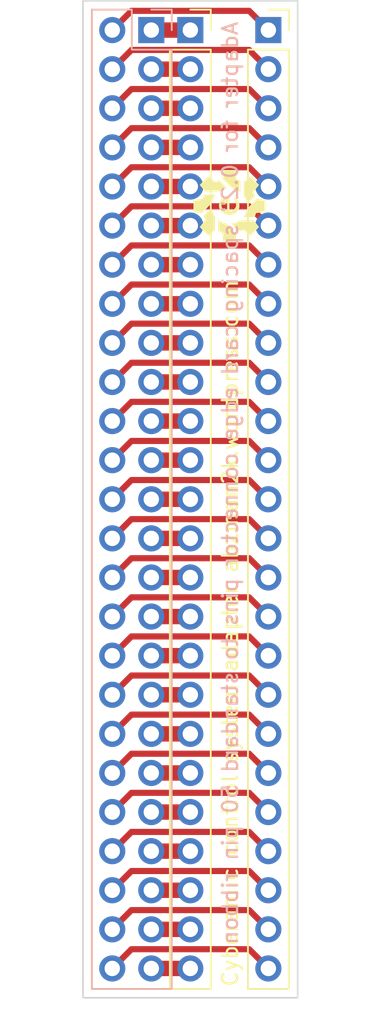
<source format=kicad_pcb>
(kicad_pcb (version 20221018) (generator pcbnew)
  (layers (0 "F.Cu" signal) (31 "B.Cu" signal) (34 "B.Paste" user) (35 "F.Paste" user) (36 "B.SilkS" user "B.Silkscreen") (37 "F.SilkS" user "F.Silkscreen") (38 "B.Mask" user) (39 "F.Mask" user) (44 "Edge.Cuts" user))
  (net 0 "")
  (net 1 "Net-(J1-Pin_1)")
  (net 2 "Net-(J1-Pin_2)")
  (net 3 "Net-(J1-Pin_3)")
  (net 4 "Net-(J1-Pin_4)")
  (net 5 "Net-(J1-Pin_5)")
  (net 6 "Net-(J1-Pin_6)")
  (net 7 "Net-(J1-Pin_7)")
  (net 8 "Net-(J1-Pin_8)")
  (net 9 "Net-(J1-Pin_9)")
  (net 10 "Net-(J1-Pin_10)")
  (net 11 "Net-(J1-Pin_11)")
  (net 12 "Net-(J1-Pin_12)")
  (net 13 "Net-(J1-Pin_13)")
  (net 14 "Net-(J1-Pin_14)")
  (net 15 "Net-(J1-Pin_15)")
  (net 16 "Net-(J1-Pin_16)")
  (net 17 "Net-(J1-Pin_17)")
  (net 18 "Net-(J1-Pin_18)")
  (net 19 "Net-(J1-Pin_19)")
  (net 20 "Net-(J1-Pin_20)")
  (net 21 "Net-(J1-Pin_21)")
  (net 22 "Net-(J1-Pin_22)")
  (net 23 "Net-(J1-Pin_23)")
  (net 24 "Net-(J1-Pin_24)")
  (net 25 "Net-(J1-Pin_25)")
  (net 26 "Net-(J2-Pin_1)")
  (net 27 "Net-(J2-Pin_2)")
  (net 28 "Net-(J2-Pin_3)")
  (net 29 "Net-(J2-Pin_4)")
  (net 30 "Net-(J2-Pin_5)")
  (net 31 "Net-(J2-Pin_6)")
  (net 32 "Net-(J2-Pin_7)")
  (net 33 "Net-(J2-Pin_8)")
  (net 34 "Net-(J2-Pin_9)")
  (net 35 "Net-(J2-Pin_10)")
  (net 36 "Net-(J2-Pin_11)")
  (net 37 "Net-(J2-Pin_12)")
  (net 38 "Net-(J2-Pin_13)")
  (net 39 "Net-(J2-Pin_14)")
  (net 40 "Net-(J2-Pin_15)")
  (net 41 "Net-(J2-Pin_16)")
  (net 42 "Net-(J2-Pin_17)")
  (net 43 "Net-(J2-Pin_18)")
  (net 44 "Net-(J2-Pin_19)")
  (net 45 "Net-(J2-Pin_20)")
  (net 46 "Net-(J2-Pin_21)")
  (net 47 "Net-(J2-Pin_22)")
  (net 48 "Net-(J2-Pin_23)")
  (net 49 "Net-(J2-Pin_24)")
  (net 50 "Net-(J2-Pin_25)")
  (footprint "Evan's parts:Evan Logo" (layer "F.Cu") (at 149.86 49.53 90)
    (fp_text reference "G***" hide)
    (fp_text value "LOGO" hide)
    (fp_poly (pts (xy 0.402529 -2.30258) (xy 0.405364 -2.280349) (xy 0.409266 -2.246086) (xy 0.413654 -2.205046) (xy 0.416757 -2.174538) (xy 0.422149 -2.122631) (xy 0.428705 -2.062982) (xy 0.435369 -2.005071) (xy 0.438475 -1.97922) (xy 0.444273 -1.929162) (xy 0.449928 -1.875688) (xy 0.454622 -1.826723) (xy 0.456648 -1.80268) (xy 0.460438 -1.766711) (xy 0.465264 -1.739565) (xy 0.470418 -1.724864) (xy 0.472188 -1.723323) (xy 0.497913 -1.715572) (xy 0.533708 -1.703951) (xy 0.574794 -1.690105) (xy 0.616397 -1.675682) (xy 0.653739 -1.662326) (xy 0.682044 -1.651685) (xy 0.692294 -1.647469) (xy 0.729187 -1.631176) (xy 0.729187 -1.266989) (xy 0.729137 -1.189378) (xy 0.728994 -1.117426) (xy 0.72877 -1.052926) (xy 0.728473 -0.997671) (xy 0.728117 -0.953454) (xy 0.72771 -0.92207) (xy 0.727264 -0.90531) (xy 0.727017 -0.90297) (xy 0.719435 -0.907653) (xy 0.700792 -0.920119) (xy 0.67427 -0.938224) (xy 0.6554 -0.951245) (xy 0.53931 -1.021325) (xy 0.413706 -1.077725) (xy 0.280993 -1.119392) (xy 0.260424 -1.124352) (xy 0.195318 -1.139437) (xy -0.128056 -1.461641) (xy -0.451431 -1.783846) (xy -0.446581 -1.827278) (xy -0.443603 -1.853623) (xy -0.439246 -1.891768) (xy -0.434132 -1.936268) (xy -0.429673 -1.97488) (xy -0.423604 -2.028589) (xy -0.417082 -2.088379) (xy -0.411075 -2.145295) (xy -0.4081 -2.174538) (xy -0.403713 -2.217204) (xy -0.399397 -2.256837) (xy -0.395735 -2.288185) (xy -0.393848 -2.30258) (xy -0.389109 -2.335133) (xy 0.397791 -2.335133)) (fill solid) (layer "F.SilkS"))
    (fp_poly (pts (xy -1.147665 0.146527) (xy -1.142586 0.165466) (xy -1.141542 0.171446) (xy -1.11341 0.303415) (xy -1.071769 0.42966) (xy -1.017745 0.547138) (xy -0.97581 0.618462) (xy -0.937525 0.677644) (xy -0.937525 1.586787) (xy -0.966166 1.611558) (xy -0.991448 1.632902) (xy -1.020196 1.656459) (xy -1.029102 1.663595) (xy -1.046299 1.677331) (xy -1.074375 1.699827) (xy -1.110683 1.728961) (xy -1.152576 1.762607) (xy -1.197407 1.798643) (xy -1.20663 1.80606) (xy -1.249697 1.840679) (xy -1.288452 1.871793) (xy -1.320755 1.89769) (xy -1.344471 1.916657) (xy -1.357461 1.926981) (xy -1.358974 1.928157) (xy -1.367153 1.923764) (xy -1.386628 1.907643) (xy -1.416612 1.880534) (xy -1.456322 1.843179) (xy -1.504974 1.79632) (xy -1.561782 1.740697) (xy -1.625962 1.677053) (xy -1.647656 1.655386) (xy -1.927226 1.375717) (xy -1.804918 1.223898) (xy -1.768665 1.178922) (xy -1.735364 1.137653) (xy -1.706804 1.102306) (xy -1.684774 1.075094) (xy -1.671064 1.058231) (xy -1.66815 1.054686) (xy -1.656567 1.040508) (xy -1.637334 1.016712) (xy -1.613637 0.987248) (xy -1.599527 0.969647) (xy -1.545363 0.902) (xy -1.583645 0.826444) (xy -1.603639 0.786217) (xy -1.623644 0.744696) (xy -1.640254 0.708989) (xy -1.644636 0.699176) (xy -1.667347 0.647463) (xy -1.413171 0.393178) (xy -1.358446 0.338573) (xy -1.307469 0.287987) (xy -1.261555 0.242702) (xy -1.222015 0.203999) (xy -1.190164 0.173163) (xy -1.167313 0.151474) (xy -1.154776 0.140216) (xy -1.152823 0.138893)) (fill solid) (layer "F.SilkS"))
    (fp_poly (pts (xy 1.138051 0.937937) (xy 1.584245 0.938347) (xy 1.623309 0.987643) (xy 1.644961 1.014886) (xy 1.664167 1.03891) (xy 1.676763 1.054508) (xy 1.687877 1.06821) (xy 1.707148 1.0921) (xy 1.73264 1.123769) (xy 1.762418 1.160806) (xy 1.794547 1.200801) (xy 1.827093 1.241344) (xy 1.858121 1.280025) (xy 1.885696 1.314434) (xy 1.907883 1.34216) (xy 1.922746 1.360794) (xy 1.928157 1.367656) (xy 1.923764 1.375835) (xy 1.907643 1.395309) (xy 1.880534 1.425294) (xy 1.843179 1.465004) (xy 1.79632 1.513655) (xy 1.740697 1.570463) (xy 1.677053 1.634643) (xy 1.655386 1.656337) (xy 1.375717 1.935908) (xy 1.223898 1.813599) (xy 1.178922 1.777347) (xy 1.137653 1.744046) (xy 1.102306 1.715486) (xy 1.075094 1.693456) (xy 1.058231 1.679745) (xy 1.054686 1.676832) (xy 1.040508 1.665249) (xy 1.016712 1.646016) (xy 0.987248 1.622318) (xy 0.969647 1.608208) (xy 0.902 1.554045) (xy 0.826444 1.592326) (xy 0.786514 1.612184) (xy 0.74558 1.631928) (xy 0.710601 1.64822) (xy 0.70082 1.652591) (xy 0.650751 1.674575) (xy 0.394007 1.418269) (xy 0.339277 1.363448) (xy 0.288722 1.312451) (xy 0.243595 1.266568) (xy 0.205146 1.22709) (xy 0.17463 1.195304) (xy 0.153297 1.172503) (xy 0.142402 1.159976) (xy 0.141269 1.157957) (xy 0.151287 1.154624) (xy 0.173511 1.14986) (xy 0.200679 1.145102) (xy 0.329993 1.115751) (xy 0.457178 1.06953) (xy 0.581033 1.006905) (xy 0.625885 0.979601) (xy 0.691858 0.937526)) (fill solid) (layer "F.SilkS"))
    (fp_poly (pts (xy -1.313961 -1.885564) (xy -1.292255 -1.86862) (xy -1.260076 -1.843148) (xy -1.220363 -1.811507) (xy -1.176053 -1.776057) (xy -1.130085 -1.739155) (xy -1.085397 -1.703163) (xy -1.044926 -1.670439) (xy -1.011611 -1.643343) (xy -0.988391 -1.624234) (xy -0.98534 -1.621682) (xy -0.968623 -1.608008) (xy -0.94475 -1.588901) (xy -0.929119 -1.576546) (xy -0.89033 -1.546058) (xy -0.82929 -1.57904) (xy -0.789437 -1.599556) (xy -0.743376 -1.621776) (xy -0.701006 -1.640925) (xy -0.700594 -1.641102) (xy -0.632938 -1.670183) (xy -0.377235 -1.414589) (xy -0.322475 -1.359713) (xy -0.271729 -1.308589) (xy -0.226277 -1.262526) (xy -0.187397 -1.222832) (xy -0.156368 -1.190815) (xy -0.134467 -1.167784) (xy -0.122975 -1.155047) (xy -0.121531 -1.152962) (xy -0.129284 -1.148399) (xy -0.149017 -1.143547) (xy -0.162765 -1.141336) (xy -0.198693 -1.134859) (xy -0.245266 -1.124228) (xy -0.296721 -1.11097) (xy -0.347298 -1.096613) (xy -0.391235 -1.082684) (xy -0.41136 -1.075422) (xy -0.463103 -1.053177) (xy -0.520849 -1.024802) (xy -0.576961 -0.994239) (xy -0.621575 -0.966917) (xy -0.665877 -0.937525) (xy -1.586588 -0.937525) (xy -1.60001 -0.958009) (xy -1.614403 -0.97796) (xy -1.625043 -0.990562) (xy -1.634351 -1.001335) (xy -1.652276 -1.022994) (xy -1.676617 -1.052845) (xy -1.705172 -1.088197) (xy -1.720105 -1.106801) (xy -1.753419 -1.148343) (xy -1.786936 -1.190063) (xy -1.817298 -1.227786) (xy -1.841147 -1.257338) (xy -1.846373 -1.263792) (xy -1.869856 -1.293173) (xy -1.891473 -1.320922) (xy -1.906815 -1.341373) (xy -1.907626 -1.342506) (xy -1.926063 -1.368398) (xy -1.367225 -1.92646)) (fill solid) (layer "F.SilkS"))
    (fp_poly (pts (xy 1.655386 -1.647656) (xy 1.721412 -1.581309) (xy 1.77965 -1.522086) (xy 1.829359 -1.470772) (xy 1.869798 -1.42815) (xy 1.900226 -1.395007) (xy 1.919901 -1.372125) (xy 1.928081 -1.360291) (xy 1.928157 -1.358974) (xy 1.920559 -1.349345) (xy 1.904029 -1.328629) (xy 1.880523 -1.299265) (xy 1.851999 -1.263687) (xy 1.820413 -1.224332) (xy 1.787723 -1.183637) (xy 1.755885 -1.144038) (xy 1.726857 -1.107971) (xy 1.702595 -1.077872) (xy 1.685056 -1.056179) (xy 1.676763 -1.046005) (xy 1.665205 -1.031821) (xy 1.645996 -1.008026) (xy 1.622322 -0.978574) (xy 1.608303 -0.961083) (xy 1.554234 -0.893553) (xy 1.600728 -0.800519) (xy 1.620311 -0.760524) (xy 1.638017 -0.722897) (xy 1.651741 -0.692196) (xy 1.65881 -0.674659) (xy 1.670397 -0.641834) (xy 1.419038 -0.390363) (xy 1.364643 -0.336077) (xy 1.314023 -0.285815) (xy 1.268496 -0.240867) (xy 1.229381 -0.202522) (xy 1.197993 -0.172069) (xy 1.175652 -0.150798) (xy 1.163674 -0.139997) (xy 1.162041 -0.138892) (xy 1.154518 -0.145776) (xy 1.151134 -0.152624) (xy 1.146758 -0.172635) (xy 1.145865 -0.185712) (xy 1.143187 -0.207862) (xy 1.135934 -0.242025) (xy 1.125275 -0.28383) (xy 1.112381 -0.328908) (xy 1.09842 -0.372887) (xy 1.087529 -0.403657) (xy 1.057099 -0.477793) (xy 1.023524 -0.544429) (xy 0.983988 -0.610096) (xy 0.946207 -0.668962) (xy 0.946207 -1.578105) (xy 0.974847 -1.602877) (xy 1.000112 -1.624221) (xy 1.028846 -1.647803) (xy 1.037783 -1.654982) (xy 1.054658 -1.668496) (xy 1.082517 -1.690881) (xy 1.118834 -1.720104) (xy 1.161081 -1.75413) (xy 1.206733 -1.790927) (xy 1.223898 -1.80477) (xy 1.375717 -1.927226)) (fill solid) (layer "F.SilkS"))
    (fp_poly (pts (xy 1.828143 -0.447424) (xy 1.857968 -0.444118) (xy 1.899141 -0.439458) (xy 1.94577 -0.434115) (xy 1.983562 -0.429739) (xy 2.037268 -0.423642) (xy 2.097055 -0.417098) (xy 2.153969 -0.411078) (xy 2.18322 -0.4081) (xy 2.225885 -0.403713) (xy 2.265518 -0.399397) (xy 2.296867 -0.395735) (xy 2.311261 -0.393848) (xy 2.343814 -0.389109) (xy 2.343814 0.397791) (xy 2.311261 0.402529) (xy 2.28903 0.405364) (xy 2.254768 0.409266) (xy 2.213727 0.413654) (xy 2.18322 0.416757) (xy 2.131312 0.422149) (xy 2.071664 0.428705) (xy 2.013753 0.435369) (xy 1.987902 0.438475) (xy 1.937843 0.444273) (xy 1.884369 0.449928) (xy 1.835404 0.454622) (xy 1.811362 0.456648) (xy 1.775411 0.460436) (xy 1.748259 0.465262) (xy 1.733536 0.470413) (xy 1.731983 0.472188) (xy 1.722236 0.504643) (xy 1.708543 0.546966) (xy 1.693054 0.59277) (xy 1.677917 0.635666) (xy 1.668156 0.661911) (xy 1.645603 0.720506) (xy 1.282884 0.720506) (xy 1.205427 0.720415) (xy 1.133625 0.720156) (xy 1.069278 0.719748) (xy 1.014183 0.719211) (xy 0.970137 0.718563) (xy 0.93894 0.717825) (xy 0.922387 0.717016) (xy 0.920164 0.716582) (xy 0.924786 0.708113) (xy 0.937032 0.689212) (xy 0.954474 0.663602) (xy 0.958742 0.657471) (xy 1.004905 0.584605) (xy 1.047866 0.5041) (xy 1.08302 0.424711) (xy 1.087745 0.412338) (xy 1.101314 0.373143) (xy 1.114879 0.329289) (xy 1.127274 0.285114) (xy 1.137337 0.244955) (xy 1.143903 0.213149) (xy 1.145865 0.195809) (xy 1.152001 0.184983) (xy 1.170443 0.162569) (xy 1.201242 0.128513) (xy 1.24445 0.082761) (xy 1.300118 0.025258) (xy 1.368298 -0.04405) (xy 1.449041 -0.125217) (xy 1.461379 -0.137558) (xy 1.776894 -0.452984)) (fill solid) (layer "F.SilkS"))
    (fp_poly (pts (xy -0.697508 0.925189) (xy -0.675679 0.940119) (xy -0.648689 0.958838) (xy -0.646204 0.960574) (xy -0.577057 1.004323) (xy -0.499561 1.045821) (xy -0.422564 1.080426) (xy -0.403657 1.087745) (xy -0.367939 1.100119) (xy -0.326697 1.11299) (xy -0.284241 1.125177) (xy -0.244881 1.135502) (xy -0.212927 1.142782) (xy -0.192689 1.145837) (xy -0.191468 1.145865) (xy -0.182876 1.151842) (xy -0.163264 1.169008) (xy -0.133826 1.196216) (xy -0.09576 1.232318) (xy -0.05026 1.276168) (xy 0.001477 1.326618) (xy 0.058255 1.38252) (xy 0.11888 1.442728) (xy 0.14162 1.465441) (xy 0.461108 1.785016) (xy 0.455761 1.832204) (xy 0.452565 1.860214) (xy 0.448018 1.899812) (xy 0.442772 1.945338) (xy 0.438354 1.983562) (xy 0.432285 2.037271) (xy 0.425764 2.09706) (xy 0.419756 2.153977) (xy 0.416782 2.18322) (xy 0.412394 2.225885) (xy 0.408078 2.265518) (xy 0.404417 2.296867) (xy 0.402529 2.311261) (xy 0.397791 2.343814) (xy -0.389109 2.343814) (xy -0.393848 2.311261) (xy -0.396682 2.28903) (xy -0.400585 2.254768) (xy -0.404973 2.213727) (xy -0.408075 2.18322) (xy -0.413468 2.131312) (xy -0.420023 2.071664) (xy -0.426687 2.013753) (xy -0.429793 1.987902) (xy -0.435592 1.937843) (xy -0.441246 1.884369) (xy -0.44594 1.835404) (xy -0.447966 1.811362) (xy -0.451756 1.775393) (xy -0.456583 1.748247) (xy -0.461736 1.733545) (xy -0.463507 1.732004) (xy -0.489232 1.724254) (xy -0.525026 1.712632) (xy -0.566113 1.698787) (xy -0.607716 1.684363) (xy -0.645058 1.671008) (xy -0.673363 1.660367) (xy -0.683612 1.656151) (xy -0.720505 1.639858) (xy -0.720505 1.275158) (xy -0.720409 1.183036) (xy -0.720094 1.107002) (xy -0.719522 1.045781) (xy -0.718654 0.9981) (xy -0.717452 0.962686) (xy -0.715877 0.938265) (xy -0.71389 0.923565) (xy -0.711454 0.91731) (xy -0.709654 0.917143)) (fill solid) (layer "F.SilkS"))
    (fp_poly (pts (xy -1.174355 -0.720409) (xy -1.09832 -0.720094) (xy -1.037099 -0.719522) (xy -0.989418 -0.718654) (xy -0.954004 -0.717452) (xy -0.929584 -0.715877) (xy -0.914883 -0.71389) (xy -0.908629 -0.711454) (xy -0.908462 -0.709654) (xy -0.916507 -0.697508) (xy -0.931437 -0.675679) (xy -0.950157 -0.648689) (xy -0.951892 -0.646204) (xy -0.995642 -0.577057) (xy -1.037139 -0.499561) (xy -1.071745 -0.422564) (xy -1.079064 -0.403657) (xy -1.091437 -0.367939) (xy -1.104308 -0.326697) (xy -1.116496 -0.284241) (xy -1.12682 -0.244881) (xy -1.1341 -0.212927) (xy -1.137156 -0.192689) (xy -1.137184 -0.191468) (xy -1.143204 -0.181948) (xy -1.160326 -0.161846) (xy -1.187138 -0.132561) (xy -1.222228 -0.095495) (xy -1.264187 -0.052046) (xy -1.311604 -0.003615) (xy -1.363066 0.0484) (xy -1.417164 0.102597) (xy -1.472487 0.157578) (xy -1.527623 0.211943) (xy -1.581162 0.264292) (xy -1.631693 0.313225) (xy -1.677804 0.357343) (xy -1.718086 0.395246) (xy -1.751126 0.425534) (xy -1.775515 0.446807) (xy -1.789841 0.457666) (xy -1.792627 0.458782) (xy -1.814226 0.456805) (xy -1.835987 0.454464) (xy -1.913921 0.445458) (xy -1.977508 0.438164) (xy -2.029643 0.432261) (xy -2.073221 0.427427) (xy -2.111136 0.42334) (xy -2.146284 0.419678) (xy -2.174538 0.41682) (xy -2.217203 0.412417) (xy -2.256835 0.408088) (xy -2.288184 0.404419) (xy -2.30258 0.402529) (xy -2.335133 0.397791) (xy -2.335133 -0.389109) (xy -2.30258 -0.393848) (xy -2.280349 -0.396682) (xy -2.246086 -0.400585) (xy -2.205046 -0.404973) (xy -2.174538 -0.408075) (xy -2.122631 -0.413468) (xy -2.062982 -0.420023) (xy -2.005071 -0.426687) (xy -1.97922 -0.429793) (xy -1.929162 -0.435592) (xy -1.875688 -0.441246) (xy -1.826723 -0.44594) (xy -1.80268 -0.447966) (xy -1.766711 -0.451756) (xy -1.739565 -0.456583) (xy -1.724864 -0.461736) (xy -1.723323 -0.463507) (xy -1.715572 -0.489232) (xy -1.703951 -0.525026) (xy -1.690105 -0.566113) (xy -1.675682 -0.607716) (xy -1.662326 -0.645058) (xy -1.651685 -0.673363) (xy -1.647469 -0.683612) (xy -1.631176 -0.720505) (xy -1.266477 -0.720505)) (fill solid) (layer "F.SilkS"))
    (fp_poly (pts (xy 0.055094 -0.674791) (xy 0.13108 -0.667998) (xy 0.19618 -0.654138) (xy 0.256005 -0.631551) (xy 0.316167 -0.598581) (xy 0.319036 -0.596786) (xy 0.384465 -0.545673) (xy 0.440304 -0.481533) (xy 0.484966 -0.406747) (xy 0.51686 -0.323696) (xy 0.526162 -0.286466) (xy 0.532673 -0.243911) (xy 0.536166 -0.19537) (xy 0.536775 -0.145001) (xy 0.534633 -0.096962) (xy 0.529876 -0.05541) (xy 0.522636 -0.024503) (xy 0.517355 -0.013095) (xy 0.503086 0.008681) (xy -0.295147 0.008681) (xy -0.294842 0.045575) (xy -0.286327 0.128333) (xy -0.262999 0.205712) (xy -0.226083 0.27566) (xy -0.176803 0.336123) (xy -0.116383 0.385049) (xy -0.08008 0.40569) (xy -0.051604 0.419478) (xy -0.029222 0.428715) (xy -0.008174 0.434312) (xy 0.016302 0.437181) (xy 0.048966 0.438233) (xy 0.090685 0.43838) (xy 0.136502 0.438056) (xy 0.169514 0.43662) (xy 0.194274 0.433375) (xy 0.215332 0.427626) (xy 0.237242 0.418676) (xy 0.246023 0.414626) (xy 0.282029 0.394771) (xy 0.323747 0.367265) (xy 0.365452 0.33629) (xy 0.401418 0.306027) (xy 0.420194 0.287417) (xy 0.437853 0.273128) (xy 0.456374 0.271219) (xy 0.479019 0.282277) (xy 0.504209 0.302542) (xy 0.541888 0.335979) (xy 0.511836 0.385656) (xy 0.453496 0.466246) (xy 0.384021 0.534289) (xy 0.304735 0.588702) (xy 0.216965 0.628405) (xy 0.212349 0.629994) (xy 0.176336 0.641109) (xy 0.142676 0.64848) (xy 0.105496 0.652992) (xy 0.058925 0.655533) (xy 0.039064 0.656126) (xy -0.006899 0.656519) (xy -0.051299 0.65552) (xy -0.088559 0.653331) (xy -0.110052 0.650755) (xy -0.181017 0.632088) (xy -0.254598 0.602187) (xy -0.323495 0.564074) (xy -0.330268 0.559647) (xy -0.399169 0.503628) (xy -0.457929 0.434762) (xy -0.505991 0.354683) (xy -0.542796 0.26502) (xy -0.567785 0.167408) (xy -0.580399 0.063477) (xy -0.58008 -0.045141) (xy -0.569395 -0.138892) (xy -0.567436 -0.147573) (xy -0.295477 -0.147573) (xy -0.05876 -0.147622) (xy 0.007461 -0.147956) (xy 0.068483 -0.148878) (xy 0.121809 -0.150305) (xy 0.164943 -0.152154) (xy 0.195387 -0.154344) (xy 0.209617 -0.156464) (xy 0.24119 -0.171609) (xy 0.261398 -0.197298) (xy 0.271229 -0.235232) (xy 0.272557 -0.264764) (xy 0.263583 -0.326483) (xy 0.238921 -0.383842) (xy 0.200132 -0.434425) (xy 0.148782 -0.475816) (xy 0.128402 -0.487542) (xy 0.08313 -0.503068) (xy 0.029764 -0.508695) (xy -0.025614 -0.504549) (xy -0.076922 -0.490755) (xy -0.094236 -0.482933) (xy -0.151433 -0.44403) (xy -0.201287 -0.39167) (xy -0.241522 -0.329001) (xy -0.269859 -0.259173) (xy -0.277389 -0.229767) (xy -0.28372 -0.200364) (xy -0.289227 -0.175198) (xy -0.291038 -0.167105) (xy -0.295477 -0.147573) (xy -0.567436 -0.147573) (xy -0.54737 -0.236509) (xy -0.514521 -0.32283) (xy -0.469085 -0.401373) (xy -0.409297 -0.475651) (xy -0.390635 -0.495258) (xy -0.317373 -0.560207) (xy -0.239009 -0.610028) (xy -0.151918 -0.646892) (xy -0.121607 -0.656309) (xy -0.083112 -0.666724) (xy -0.051721 -0.673081) (xy -0.021102 -0.676039) (xy 0.01508 -0.676264)) (fill solid) (layer "F.SilkS"))
  )
  (footprint "Connector_PinSocket_2.54mm:PinSocket_1x25_P2.54mm_Vertical" (layer "F.Cu") (at 152.4 38.1)
    (fp_text reference "J2" hide)
    (fp_text value "Conn_01x25_Socket")
    (fp_line (start -1.33 1.27) (end -1.33 62.29) (stroke (width 0.12)) (layer "F.SilkS"))
    (fp_line (start -1.33 1.27) (end 1.33 1.27) (stroke (width 0.12)) (layer "F.SilkS"))
    (fp_line (start -1.33 62.29) (end 1.33 62.29) (stroke (width 0.12)) (layer "F.SilkS"))
    (fp_line (start 0 -1.33) (end 1.33 -1.33) (stroke (width 0.12)) (layer "F.SilkS"))
    (fp_line (start 1.33 -1.33) (end 1.33 0) (stroke (width 0.12)) (layer "F.SilkS"))
    (fp_line (start 1.33 1.27) (end 1.33 62.29) (stroke (width 0.12)) (layer "F.SilkS"))
    (pad "1" thru_hole rect (at 0 0) (size 1.7 1.7) (drill 1) (layers "*.Cu" "*.Mask") (net 26 "Net-(J2-Pin_1)"))
    (pad "2" thru_hole oval (at 0 2.54) (size 1.7 1.7) (drill 1) (layers "*.Cu" "*.Mask") (net 27 "Net-(J2-Pin_2)"))
    (pad "3" thru_hole oval (at 0 5.08) (size 1.7 1.7) (drill 1) (layers "*.Cu" "*.Mask") (net 28 "Net-(J2-Pin_3)"))
    (pad "4" thru_hole oval (at 0 7.62) (size 1.7 1.7) (drill 1) (layers "*.Cu" "*.Mask") (net 29 "Net-(J2-Pin_4)"))
    (pad "5" thru_hole oval (at 0 10.16) (size 1.7 1.7) (drill 1) (layers "*.Cu" "*.Mask") (net 30 "Net-(J2-Pin_5)"))
    (pad "6" thru_hole oval (at 0 12.7) (size 1.7 1.7) (drill 1) (layers "*.Cu" "*.Mask") (net 31 "Net-(J2-Pin_6)"))
    (pad "7" thru_hole oval (at 0 15.24) (size 1.7 1.7) (drill 1) (layers "*.Cu" "*.Mask") (net 32 "Net-(J2-Pin_7)"))
    (pad "8" thru_hole oval (at 0 17.78) (size 1.7 1.7) (drill 1) (layers "*.Cu" "*.Mask") (net 33 "Net-(J2-Pin_8)"))
    (pad "9" thru_hole oval (at 0 20.32) (size 1.7 1.7) (drill 1) (layers "*.Cu" "*.Mask") (net 34 "Net-(J2-Pin_9)"))
    (pad "10" thru_hole oval (at 0 22.86) (size 1.7 1.7) (drill 1) (layers "*.Cu" "*.Mask") (net 35 "Net-(J2-Pin_10)"))
    (pad "11" thru_hole oval (at 0 25.4) (size 1.7 1.7) (drill 1) (layers "*.Cu" "*.Mask") (net 36 "Net-(J2-Pin_11)"))
    (pad "12" thru_hole oval (at 0 27.94) (size 1.7 1.7) (drill 1) (layers "*.Cu" "*.Mask") (net 37 "Net-(J2-Pin_12)"))
    (pad "13" thru_hole oval (at 0 30.48) (size 1.7 1.7) (drill 1) (layers "*.Cu" "*.Mask") (net 38 "Net-(J2-Pin_13)"))
    (pad "14" thru_hole oval (at 0 33.02) (size 1.7 1.7) (drill 1) (layers "*.Cu" "*.Mask") (net 39 "Net-(J2-Pin_14)"))
    (pad "15" thru_hole oval (at 0 35.56) (size 1.7 1.7) (drill 1) (layers "*.Cu" "*.Mask") (net 40 "Net-(J2-Pin_15)"))
    (pad "16" thru_hole oval (at 0 38.1) (size 1.7 1.7) (drill 1) (layers "*.Cu" "*.Mask") (net 41 "Net-(J2-Pin_16)"))
    (pad "17" thru_hole oval (at 0 40.64) (size 1.7 1.7) (drill 1) (layers "*.Cu" "*.Mask") (net 42 "Net-(J2-Pin_17)"))
    (pad "18" thru_hole oval (at 0 43.18) (size 1.7 1.7) (drill 1) (layers "*.Cu" "*.Mask") (net 43 "Net-(J2-Pin_18)"))
    (pad "19" thru_hole oval (at 0 45.72) (size 1.7 1.7) (drill 1) (layers "*.Cu" "*.Mask") (net 44 "Net-(J2-Pin_19)"))
    (pad "20" thru_hole oval (at 0 48.26) (size 1.7 1.7) (drill 1) (layers "*.Cu" "*.Mask") (net 45 "Net-(J2-Pin_20)"))
    (pad "21" thru_hole oval (at 0 50.8) (size 1.7 1.7) (drill 1) (layers "*.Cu" "*.Mask") (net 46 "Net-(J2-Pin_21)"))
    (pad "22" thru_hole oval (at 0 53.34) (size 1.7 1.7) (drill 1) (layers "*.Cu" "*.Mask") (net 47 "Net-(J2-Pin_22)"))
    (pad "23" thru_hole oval (at 0 55.88) (size 1.7 1.7) (drill 1) (layers "*.Cu" "*.Mask") (net 48 "Net-(J2-Pin_23)"))
    (pad "24" thru_hole oval (at 0 58.42) (size 1.7 1.7) (drill 1) (layers "*.Cu" "*.Mask") (net 49 "Net-(J2-Pin_24)"))
    (pad "25" thru_hole oval (at 0 60.96) (size 1.7 1.7) (drill 1) (layers "*.Cu" "*.Mask") (net 50 "Net-(J2-Pin_25)"))
  )
  (footprint "Connector_PinSocket_2.54mm:PinSocket_1x25_P2.54mm_Vertical" (layer "F.Cu") (at 147.32 38.1)
    (fp_text reference "J1" hide)
    (fp_text value "Conn_01x25_Socket")
    (fp_line (start -1.33 1.27) (end -1.33 62.29) (stroke (width 0.12)) (layer "F.SilkS"))
    (fp_line (start -1.33 1.27) (end 1.33 1.27) (stroke (width 0.12)) (layer "F.SilkS"))
    (fp_line (start -1.33 62.29) (end 1.33 62.29) (stroke (width 0.12)) (layer "F.SilkS"))
    (fp_line (start 0 -1.33) (end 1.33 -1.33) (stroke (width 0.12)) (layer "F.SilkS"))
    (fp_line (start 1.33 -1.33) (end 1.33 0) (stroke (width 0.12)) (layer "F.SilkS"))
    (fp_line (start 1.33 1.27) (end 1.33 62.29) (stroke (width 0.12)) (layer "F.SilkS"))
    (pad "1" thru_hole rect (at 0 0) (size 1.7 1.7) (drill 1) (layers "*.Cu" "*.Mask") (net 1 "Net-(J1-Pin_1)"))
    (pad "2" thru_hole oval (at 0 2.54) (size 1.7 1.7) (drill 1) (layers "*.Cu" "*.Mask") (net 2 "Net-(J1-Pin_2)"))
    (pad "3" thru_hole oval (at 0 5.08) (size 1.7 1.7) (drill 1) (layers "*.Cu" "*.Mask") (net 3 "Net-(J1-Pin_3)"))
    (pad "4" thru_hole oval (at 0 7.62) (size 1.7 1.7) (drill 1) (layers "*.Cu" "*.Mask") (net 4 "Net-(J1-Pin_4)"))
    (pad "5" thru_hole oval (at 0 10.16) (size 1.7 1.7) (drill 1) (layers "*.Cu" "*.Mask") (net 5 "Net-(J1-Pin_5)"))
    (pad "6" thru_hole oval (at 0 12.7) (size 1.7 1.7) (drill 1) (layers "*.Cu" "*.Mask") (net 6 "Net-(J1-Pin_6)"))
    (pad "7" thru_hole oval (at 0 15.24) (size 1.7 1.7) (drill 1) (layers "*.Cu" "*.Mask") (net 7 "Net-(J1-Pin_7)"))
    (pad "8" thru_hole oval (at 0 17.78) (size 1.7 1.7) (drill 1) (layers "*.Cu" "*.Mask") (net 8 "Net-(J1-Pin_8)"))
    (pad "9" thru_hole oval (at 0 20.32) (size 1.7 1.7) (drill 1) (layers "*.Cu" "*.Mask") (net 9 "Net-(J1-Pin_9)"))
    (pad "10" thru_hole oval (at 0 22.86) (size 1.7 1.7) (drill 1) (layers "*.Cu" "*.Mask") (net 10 "Net-(J1-Pin_10)"))
    (pad "11" thru_hole oval (at 0 25.4) (size 1.7 1.7) (drill 1) (layers "*.Cu" "*.Mask") (net 11 "Net-(J1-Pin_11)"))
    (pad "12" thru_hole oval (at 0 27.94) (size 1.7 1.7) (drill 1) (layers "*.Cu" "*.Mask") (net 12 "Net-(J1-Pin_12)"))
    (pad "13" thru_hole oval (at 0 30.48) (size 1.7 1.7) (drill 1) (layers "*.Cu" "*.Mask") (net 13 "Net-(J1-Pin_13)"))
    (pad "14" thru_hole oval (at 0 33.02) (size 1.7 1.7) (drill 1) (layers "*.Cu" "*.Mask") (net 14 "Net-(J1-Pin_14)"))
    (pad "15" thru_hole oval (at 0 35.56) (size 1.7 1.7) (drill 1) (layers "*.Cu" "*.Mask") (net 15 "Net-(J1-Pin_15)"))
    (pad "16" thru_hole oval (at 0 38.1) (size 1.7 1.7) (drill 1) (layers "*.Cu" "*.Mask") (net 16 "Net-(J1-Pin_16)"))
    (pad "17" thru_hole oval (at 0 40.64) (size 1.7 1.7) (drill 1) (layers "*.Cu" "*.Mask") (net 17 "Net-(J1-Pin_17)"))
    (pad "18" thru_hole oval (at 0 43.18) (size 1.7 1.7) (drill 1) (layers "*.Cu" "*.Mask") (net 18 "Net-(J1-Pin_18)"))
    (pad "19" thru_hole oval (at 0 45.72) (size 1.7 1.7) (drill 1) (layers "*.Cu" "*.Mask") (net 19 "Net-(J1-Pin_19)"))
    (pad "20" thru_hole oval (at 0 48.26) (size 1.7 1.7) (drill 1) (layers "*.Cu" "*.Mask") (net 20 "Net-(J1-Pin_20)"))
    (pad "21" thru_hole oval (at 0 50.8) (size 1.7 1.7) (drill 1) (layers "*.Cu" "*.Mask") (net 21 "Net-(J1-Pin_21)"))
    (pad "22" thru_hole oval (at 0 53.34) (size 1.7 1.7) (drill 1) (layers "*.Cu" "*.Mask") (net 22 "Net-(J1-Pin_22)"))
    (pad "23" thru_hole oval (at 0 55.88) (size 1.7 1.7) (drill 1) (layers "*.Cu" "*.Mask") (net 23 "Net-(J1-Pin_23)"))
    (pad "24" thru_hole oval (at 0 58.42) (size 1.7 1.7) (drill 1) (layers "*.Cu" "*.Mask") (net 24 "Net-(J1-Pin_24)"))
    (pad "25" thru_hole oval (at 0 60.96) (size 1.7 1.7) (drill 1) (layers "*.Cu" "*.Mask") (net 25 "Net-(J1-Pin_25)"))
  )
  (footprint "Connector_PinHeader_2.54mm:PinHeader_2x25_P2.54mm_Vertical" (layer "B.Cu") (at 144.78 38.1 180)
    (fp_text reference "J3" hide)
    (fp_text value "Conn_02x25_Odd_Even")
    (fp_line (start -1.33 -62.29) (end 3.87 -62.29) (stroke (width 0.12)) (layer "B.SilkS"))
    (fp_line (start -1.33 -1.27) (end -1.33 -62.29) (stroke (width 0.12)) (layer "B.SilkS"))
    (fp_line (start -1.33 -1.27) (end 1.27 -1.27) (stroke (width 0.12)) (layer "B.SilkS"))
    (fp_line (start -1.33 0) (end -1.33 1.33) (stroke (width 0.12)) (layer "B.SilkS"))
    (fp_line (start -1.33 1.33) (end 0 1.33) (stroke (width 0.12)) (layer "B.SilkS"))
    (fp_line (start 1.27 -1.27) (end 1.27 1.33) (stroke (width 0.12)) (layer "B.SilkS"))
    (fp_line (start 1.27 1.33) (end 3.87 1.33) (stroke (width 0.12)) (layer "B.SilkS"))
    (fp_line (start 3.87 1.33) (end 3.87 -62.29) (stroke (width 0.12)) (layer "B.SilkS"))
    (pad "1" thru_hole rect (at 0 0 180) (size 1.7 1.7) (drill 1) (layers "*.Cu" "*.Mask") (net 1 "Net-(J1-Pin_1)"))
    (pad "2" thru_hole oval (at 2.54 0 180) (size 1.7 1.7) (drill 1) (layers "*.Cu" "*.Mask") (net 26 "Net-(J2-Pin_1)"))
    (pad "3" thru_hole oval (at 0 -2.54 180) (size 1.7 1.7) (drill 1) (layers "*.Cu" "*.Mask") (net 2 "Net-(J1-Pin_2)"))
    (pad "4" thru_hole oval (at 2.54 -2.54 180) (size 1.7 1.7) (drill 1) (layers "*.Cu" "*.Mask") (net 27 "Net-(J2-Pin_2)"))
    (pad "5" thru_hole oval (at 0 -5.08 180) (size 1.7 1.7) (drill 1) (layers "*.Cu" "*.Mask") (net 3 "Net-(J1-Pin_3)"))
    (pad "6" thru_hole oval (at 2.54 -5.08 180) (size 1.7 1.7) (drill 1) (layers "*.Cu" "*.Mask") (net 28 "Net-(J2-Pin_3)"))
    (pad "7" thru_hole oval (at 0 -7.62 180) (size 1.7 1.7) (drill 1) (layers "*.Cu" "*.Mask") (net 4 "Net-(J1-Pin_4)"))
    (pad "8" thru_hole oval (at 2.54 -7.62 180) (size 1.7 1.7) (drill 1) (layers "*.Cu" "*.Mask") (net 29 "Net-(J2-Pin_4)"))
    (pad "9" thru_hole oval (at 0 -10.16 180) (size 1.7 1.7) (drill 1) (layers "*.Cu" "*.Mask") (net 5 "Net-(J1-Pin_5)"))
    (pad "10" thru_hole oval (at 2.54 -10.16 180) (size 1.7 1.7) (drill 1) (layers "*.Cu" "*.Mask") (net 30 "Net-(J2-Pin_5)"))
    (pad "11" thru_hole oval (at 0 -12.7 180) (size 1.7 1.7) (drill 1) (layers "*.Cu" "*.Mask") (net 6 "Net-(J1-Pin_6)"))
    (pad "12" thru_hole oval (at 2.54 -12.7 180) (size 1.7 1.7) (drill 1) (layers "*.Cu" "*.Mask") (net 31 "Net-(J2-Pin_6)"))
    (pad "13" thru_hole oval (at 0 -15.24 180) (size 1.7 1.7) (drill 1) (layers "*.Cu" "*.Mask") (net 7 "Net-(J1-Pin_7)"))
    (pad "14" thru_hole oval (at 2.54 -15.24 180) (size 1.7 1.7) (drill 1) (layers "*.Cu" "*.Mask") (net 32 "Net-(J2-Pin_7)"))
    (pad "15" thru_hole oval (at 0 -17.78 180) (size 1.7 1.7) (drill 1) (layers "*.Cu" "*.Mask") (net 8 "Net-(J1-Pin_8)"))
    (pad "16" thru_hole oval (at 2.54 -17.78 180) (size 1.7 1.7) (drill 1) (layers "*.Cu" "*.Mask") (net 33 "Net-(J2-Pin_8)"))
    (pad "17" thru_hole oval (at 0 -20.32 180) (size 1.7 1.7) (drill 1) (layers "*.Cu" "*.Mask") (net 9 "Net-(J1-Pin_9)"))
    (pad "18" thru_hole oval (at 2.54 -20.32 180) (size 1.7 1.7) (drill 1) (layers "*.Cu" "*.Mask") (net 34 "Net-(J2-Pin_9)"))
    (pad "19" thru_hole oval (at 0 -22.86 180) (size 1.7 1.7) (drill 1) (layers "*.Cu" "*.Mask") (net 10 "Net-(J1-Pin_10)"))
    (pad "20" thru_hole oval (at 2.54 -22.86 180) (size 1.7 1.7) (drill 1) (layers "*.Cu" "*.Mask") (net 35 "Net-(J2-Pin_10)"))
    (pad "21" thru_hole oval (at 0 -25.4 180) (size 1.7 1.7) (drill 1) (layers "*.Cu" "*.Mask") (net 11 "Net-(J1-Pin_11)"))
    (pad "22" thru_hole oval (at 2.54 -25.4 180) (size 1.7 1.7) (drill 1) (layers "*.Cu" "*.Mask") (net 36 "Net-(J2-Pin_11)"))
    (pad "23" thru_hole oval (at 0 -27.94 180) (size 1.7 1.7) (drill 1) (layers "*.Cu" "*.Mask") (net 12 "Net-(J1-Pin_12)"))
    (pad "24" thru_hole oval (at 2.54 -27.94 180) (size 1.7 1.7) (drill 1) (layers "*.Cu" "*.Mask") (net 37 "Net-(J2-Pin_12)"))
    (pad "25" thru_hole oval (at 0 -30.48 180) (size 1.7 1.7) (drill 1) (layers "*.Cu" "*.Mask") (net 13 "Net-(J1-Pin_13)"))
    (pad "26" thru_hole oval (at 2.54 -30.48 180) (size 1.7 1.7) (drill 1) (layers "*.Cu" "*.Mask") (net 38 "Net-(J2-Pin_13)"))
    (pad "27" thru_hole oval (at 0 -33.02 180) (size 1.7 1.7) (drill 1) (layers "*.Cu" "*.Mask") (net 14 "Net-(J1-Pin_14)"))
    (pad "28" thru_hole oval (at 2.54 -33.02 180) (size 1.7 1.7) (drill 1) (layers "*.Cu" "*.Mask") (net 39 "Net-(J2-Pin_14)"))
    (pad "29" thru_hole oval (at 0 -35.56 180) (size 1.7 1.7) (drill 1) (layers "*.Cu" "*.Mask") (net 15 "Net-(J1-Pin_15)"))
    (pad "30" thru_hole oval (at 2.54 -35.56 180) (size 1.7 1.7) (drill 1) (layers "*.Cu" "*.Mask") (net 40 "Net-(J2-Pin_15)"))
    (pad "31" thru_hole oval (at 0 -38.1 180) (size 1.7 1.7) (drill 1) (layers "*.Cu" "*.Mask") (net 16 "Net-(J1-Pin_16)"))
    (pad "32" thru_hole oval (at 2.54 -38.1 180) (size 1.7 1.7) (drill 1) (layers "*.Cu" "*.Mask") (net 41 "Net-(J2-Pin_16)"))
    (pad "33" thru_hole oval (at 0 -40.64 180) (size 1.7 1.7) (drill 1) (layers "*.Cu" "*.Mask") (net 17 "Net-(J1-Pin_17)"))
    (pad "34" thru_hole oval (at 2.54 -40.64 180) (size 1.7 1.7) (drill 1) (layers "*.Cu" "*.Mask") (net 42 "Net-(J2-Pin_17)"))
    (pad "35" thru_hole oval (at 0 -43.18 180) (size 1.7 1.7) (drill 1) (layers "*.Cu" "*.Mask") (net 18 "Net-(J1-Pin_18)"))
    (pad "36" thru_hole oval (at 2.54 -43.18 180) (size 1.7 1.7) (drill 1) (layers "*.Cu" "*.Mask") (net 43 "Net-(J2-Pin_18)"))
    (pad "37" thru_hole oval (at 0 -45.72 180) (size 1.7 1.7) (drill 1) (layers "*.Cu" "*.Mask") (net 19 "Net-(J1-Pin_19)"))
    (pad "38" thru_hole oval (at 2.54 -45.72 180) (size 1.7 1.7) (drill 1) (layers "*.Cu" "*.Mask") (net 44 "Net-(J2-Pin_19)"))
    (pad "39" thru_hole oval (at 0 -48.26 180) (size 1.7 1.7) (drill 1) (layers "*.Cu" "*.Mask") (net 20 "Net-(J1-Pin_20)"))
    (pad "40" thru_hole oval (at 2.54 -48.26 180) (size 1.7 1.7) (drill 1) (layers "*.Cu" "*.Mask") (net 45 "Net-(J2-Pin_20)"))
    (pad "41" thru_hole oval (at 0 -50.8 180) (size 1.7 1.7) (drill 1) (layers "*.Cu" "*.Mask") (net 21 "Net-(J1-Pin_21)"))
    (pad "42" thru_hole oval (at 2.54 -50.8 180) (size 1.7 1.7) (drill 1) (layers "*.Cu" "*.Mask") (net 46 "Net-(J2-Pin_21)"))
    (pad "43" thru_hole oval (at 0 -53.34 180) (size 1.7 1.7) (drill 1) (layers "*.Cu" "*.Mask") (net 22 "Net-(J1-Pin_22)"))
    (pad "44" thru_hole oval (at 2.54 -53.34 180) (size 1.7 1.7) (drill 1) (layers "*.Cu" "*.Mask") (net 47 "Net-(J2-Pin_22)"))
    (pad "45" thru_hole oval (at 0 -55.88 180) (size 1.7 1.7) (drill 1) (layers "*.Cu" "*.Mask") (net 23 "Net-(J1-Pin_23)"))
    (pad "46" thru_hole oval (at 2.54 -55.88 180) (size 1.7 1.7) (drill 1) (layers "*.Cu" "*.Mask") (net 48 "Net-(J2-Pin_23)"))
    (pad "47" thru_hole oval (at 0 -58.42 180) (size 1.7 1.7) (drill 1) (layers "*.Cu" "*.Mask") (net 24 "Net-(J1-Pin_24)"))
    (pad "48" thru_hole oval (at 2.54 -58.42 180) (size 1.7 1.7) (drill 1) (layers "*.Cu" "*.Mask") (net 49 "Net-(J2-Pin_24)"))
    (pad "49" thru_hole oval (at 0 -60.96 180) (size 1.7 1.7) (drill 1) (layers "*.Cu" "*.Mask") (net 25 "Net-(J1-Pin_25)"))
    (pad "50" thru_hole oval (at 2.54 -60.96 180) (size 1.7 1.7) (drill 1) (layers "*.Cu" "*.Mask") (net 50 "Net-(J2-Pin_25)"))
  )
  (gr_rect (start 140.335 36.195) (end 154.305 100.965) (stroke (width 0.1)) (fill none) (layer "Edge.Cuts"))
  (gr_text "Adapter for 0.2{dblquote} spacing card edge connector pins to standard 50 pin ribbon" (at 150.495 37.465 90) (layer "B.SilkS") (effects (font (size 1 1)) (justify left bottom mirror)))
  (gr_text "Cyberamic control system adapter abzman2k.wordpress.com" (at 150.495 100.33 90) (layer "F.SilkS") (effects (font (size 1 1)) (justify left bottom)))
  (segment (start 147.32 38.1) (end 144.78 38.1) (width 1) (layer "F.Cu") (net 1))
  (segment (start 147.32 40.64) (end 144.78 40.64) (width 1) (layer "F.Cu") (net 2))
  (segment (start 147.32 43.18) (end 144.78 43.18) (width 1) (layer "F.Cu") (net 3))
  (segment (start 147.32 45.72) (end 144.78 45.72) (width 1) (layer "F.Cu") (net 4))
  (segment (start 147.32 48.26) (end 144.78 48.26) (width 1) (layer "F.Cu") (net 5))
  (segment (start 147.32 50.8) (end 144.78 50.8) (width 1) (layer "F.Cu") (net 6))
  (segment (start 147.32 53.34) (end 144.78 53.34) (width 1) (layer "F.Cu") (net 7))
  (segment (start 147.32 55.88) (end 144.78 55.88) (width 1) (layer "F.Cu") (net 8))
  (segment (start 147.32 58.42) (end 144.78 58.42) (width 1) (layer "F.Cu") (net 9))
  (segment (start 147.32 60.96) (end 144.78 60.96) (width 1) (layer "F.Cu") (net 10))
  (segment (start 147.32 63.5) (end 144.78 63.5) (width 1) (layer "F.Cu") (net 11))
  (segment (start 147.32 66.04) (end 144.78 66.04) (width 1) (layer "F.Cu") (net 12))
  (segment (start 147.32 68.58) (end 144.78 68.58) (width 1) (layer "F.Cu") (net 13))
  (segment (start 147.32 71.12) (end 144.78 71.12) (width 1) (layer "F.Cu") (net 14))
  (segment (start 147.32 73.66) (end 144.78 73.66) (width 1) (layer "F.Cu") (net 15))
  (segment (start 147.32 76.2) (end 144.78 76.2) (width 1) (layer "F.Cu") (net 16))
  (segment (start 147.32 78.74) (end 144.78 78.74) (width 1) (layer "F.Cu") (net 17))
  (segment (start 147.32 81.28) (end 144.78 81.28) (width 1) (layer "F.Cu") (net 18))
  (segment (start 147.32 83.82) (end 144.78 83.82) (width 1) (layer "F.Cu") (net 19))
  (segment (start 147.32 86.36) (end 144.78 86.36) (width 1) (layer "F.Cu") (net 20))
  (segment (start 147.32 88.9) (end 144.78 88.9) (width 1) (layer "F.Cu") (net 21))
  (segment (start 147.32 91.44) (end 144.78 91.44) (width 1) (layer "F.Cu") (net 22))
  (segment (start 147.32 93.98) (end 144.78 93.98) (width 1) (layer "F.Cu") (net 23))
  (segment (start 147.32 96.52) (end 144.78 96.52) (width 1) (layer "F.Cu") (net 24))
  (segment (start 147.32 99.06) (end 144.78 99.06) (width 1) (layer "F.Cu") (net 25))
  (segment (start 152.4 38.1) (end 151.15 36.85) (width 0.4) (layer "F.Cu") (net 26))
  (segment (start 151.15 36.85) (end 143.49 36.85) (width 0.4) (layer "F.Cu") (net 26))
  (segment (start 143.49 36.85) (end 142.24 38.1) (width 0.4) (layer "F.Cu") (net 26))
  (segment (start 152.4 40.64) (end 151.15 39.39) (width 0.4) (layer "F.Cu") (net 27))
  (segment (start 151.15 39.39) (end 143.49 39.39) (width 0.4) (layer "F.Cu") (net 27))
  (segment (start 143.49 39.39) (end 142.24 40.64) (width 0.4) (layer "F.Cu") (net 27))
  (segment (start 151.15 41.93) (end 143.49 41.93) (width 0.4) (layer "F.Cu") (net 28))
  (segment (start 152.4 43.18) (end 151.15 41.93) (width 0.4) (layer "F.Cu") (net 28))
  (segment (start 143.49 41.93) (end 142.24 43.18) (width 0.4) (layer "F.Cu") (net 28))
  (segment (start 151.15 44.47) (end 143.49 44.47) (width 0.4) (layer "F.Cu") (net 29))
  (segment (start 152.4 45.72) (end 151.15 44.47) (width 0.4) (layer "F.Cu") (net 29))
  (segment (start 143.49 44.47) (end 142.24 45.72) (width 0.4) (layer "F.Cu") (net 29))
  (segment (start 152.4 48.26) (end 151.15 47.01) (width 0.4) (layer "F.Cu") (net 30))
  (segment (start 151.15 47.01) (end 143.49 47.01) (width 0.4) (layer "F.Cu") (net 30))
  (segment (start 143.49 47.01) (end 142.24 48.26) (width 0.4) (layer "F.Cu") (net 30))
  (segment (start 152.4 50.8) (end 151.15 49.55) (width 0.4) (layer "F.Cu") (net 31))
  (segment (start 151.15 49.55) (end 143.49 49.55) (width 0.4) (layer "F.Cu") (net 31))
  (segment (start 143.49 49.55) (end 142.24 50.8) (width 0.4) (layer "F.Cu") (net 31))
  (segment (start 151.15 52.09) (end 143.49 52.09) (width 0.4) (layer "F.Cu") (net 32))
  (segment (start 152.4 53.34) (end 151.15 52.09) (width 0.4) (layer "F.Cu") (net 32))
  (segment (start 143.49 52.09) (end 142.24 53.34) (width 0.4) (layer "F.Cu") (net 32))
  (segment (start 143.49 54.63) (end 142.24 55.88) (width 0.4) (layer "F.Cu") (net 33))
  (segment (start 151.15 54.63) (end 143.49 54.63) (width 0.4) (layer "F.Cu") (net 33))
  (segment (start 152.4 55.88) (end 151.15 54.63) (width 0.4) (layer "F.Cu") (net 33))
  (segment (start 151.15 57.17) (end 143.49 57.17) (width 0.4) (layer "F.Cu") (net 34))
  (segment (start 143.49 57.17) (end 142.24 58.42) (width 0.4) (layer "F.Cu") (net 34))
  (segment (start 152.4 58.42) (end 151.15 57.17) (width 0.4) (layer "F.Cu") (net 34))
  (segment (start 151.15 59.71) (end 143.49 59.71) (width 0.4) (layer "F.Cu") (net 35))
  (segment (start 143.49 59.71) (end 142.24 60.96) (width 0.4) (layer "F.Cu") (net 35))
  (segment (start 152.4 60.96) (end 151.15 59.71) (width 0.4) (layer "F.Cu") (net 35))
  (segment (start 152.4 63.5) (end 151.15 62.25) (width 0.4) (layer "F.Cu") (net 36))
  (segment (start 143.49 62.25) (end 142.24 63.5) (width 0.4) (layer "F.Cu") (net 36))
  (segment (start 151.15 62.25) (end 143.49 62.25) (width 0.4) (layer "F.Cu") (net 36))
  (segment (start 143.49 64.79) (end 142.24 66.04) (width 0.4) (layer "F.Cu") (net 37))
  (segment (start 152.4 66.04) (end 151.15 64.79) (width 0.4) (layer "F.Cu") (net 37))
  (segment (start 151.15 64.79) (end 143.49 64.79) (width 0.4) (layer "F.Cu") (net 37))
  (segment (start 152.4 68.58) (end 151.15 67.33) (width 0.4) (layer "F.Cu") (net 38))
  (segment (start 151.15 67.33) (end 143.49 67.33) (width 0.4) (layer "F.Cu") (net 38))
  (segment (start 143.49 67.33) (end 142.24 68.58) (width 0.4) (layer "F.Cu") (net 38))
  (segment (start 152.4 71.12) (end 151.15 69.87) (width 0.4) (layer "F.Cu") (net 39))
  (segment (start 143.49 69.87) (end 142.24 71.12) (width 0.4) (layer "F.Cu") (net 39))
  (segment (start 151.15 69.87) (end 143.49 69.87) (width 0.4) (layer "F.Cu") (net 39))
  (segment (start 143.49 72.41) (end 142.24 73.66) (width 0.4) (layer "F.Cu") (net 40))
  (segment (start 152.4 73.66) (end 151.15 72.41) (width 0.4) (layer "F.Cu") (net 40))
  (segment (start 151.15 72.41) (end 143.49 72.41) (width 0.4) (layer "F.Cu") (net 40))
  (segment (start 151.15 74.95) (end 143.49 74.95) (width 0.4) (layer "F.Cu") (net 41))
  (segment (start 143.49 74.95) (end 142.24 76.2) (width 0.4) (layer "F.Cu") (net 41))
  (segment (start 152.4 76.2) (end 151.15 74.95) (width 0.4) (layer "F.Cu") (net 41))
  (segment (start 152.4 78.74) (end 151.15 77.49) (width 0.4) (layer "F.Cu") (net 42))
  (segment (start 143.49 77.49) (end 142.24 78.74) (width 0.4) (layer "F.Cu") (net 42))
  (segment (start 151.15 77.49) (end 143.49 77.49) (width 0.4) (layer "F.Cu") (net 42))
  (segment (start 152.4 81.28) (end 151.15 80.03) (width 0.4) (layer "F.Cu") (net 43))
  (segment (start 143.49 80.03) (end 142.24 81.28) (width 0.4) (layer "F.Cu") (net 43))
  (segment (start 151.15 80.03) (end 143.49 80.03) (width 0.4) (layer "F.Cu") (net 43))
  (segment (start 152.4 83.82) (end 151.15 82.57) (width 0.4) (layer "F.Cu") (net 44))
  (segment (start 151.15 82.57) (end 143.49 82.57) (width 0.4) (layer "F.Cu") (net 44))
  (segment (start 143.49 82.57) (end 142.24 83.82) (width 0.4) (layer "F.Cu") (net 44))
  (segment (start 152.4 86.36) (end 151.15 85.11) (width 0.4) (layer "F.Cu") (net 45))
  (segment (start 151.15 85.11) (end 143.49 85.11) (width 0.4) (layer "F.Cu") (net 45))
  (segment (start 143.49 85.11) (end 142.24 86.36) (width 0.4) (layer "F.Cu") (net 45))
  (segment (start 143.49 87.65) (end 142.24 88.9) (width 0.4) (layer "F.Cu") (net 46))
  (segment (start 151.15 87.65) (end 143.49 87.65) (width 0.4) (layer "F.Cu") (net 46))
  (segment (start 152.4 88.9) (end 151.15 87.65) (width 0.4) (layer "F.Cu") (net 46))
  (segment (start 151.15 90.19) (end 143.49 90.19) (width 0.4) (layer "F.Cu") (net 47))
  (segment (start 143.49 90.19) (end 142.24 91.44) (width 0.4) (layer "F.Cu") (net 47))
  (segment (start 152.4 91.44) (end 151.15 90.19) (width 0.4) (layer "F.Cu") (net 47))
  (segment (start 152.4 93.98) (end 151.15 92.73) (width 0.4) (layer "F.Cu") (net 48))
  (segment (start 143.49 92.73) (end 142.24 93.98) (width 0.4) (layer "F.Cu") (net 48))
  (segment (start 151.15 92.73) (end 143.49 92.73) (width 0.4) (layer "F.Cu") (net 48))
  (segment (start 152.4 96.52) (end 151.15 95.27) (width 0.4) (layer "F.Cu") (net 49))
  (segment (start 151.15 95.27) (end 143.49 95.27) (width 0.4) (layer "F.Cu") (net 49))
  (segment (start 143.49 95.27) (end 142.24 96.52) (width 0.4) (layer "F.Cu") (net 49))
  (segment (start 152.4 99.06) (end 151.15 97.81) (width 0.4) (layer "F.Cu") (net 50))
  (segment (start 151.15 97.81) (end 143.49 97.81) (width 0.4) (layer "F.Cu") (net 50))
  (segment (start 143.49 97.81) (end 142.24 99.06) (width 0.4) (layer "F.Cu") (net 50))
)
</source>
